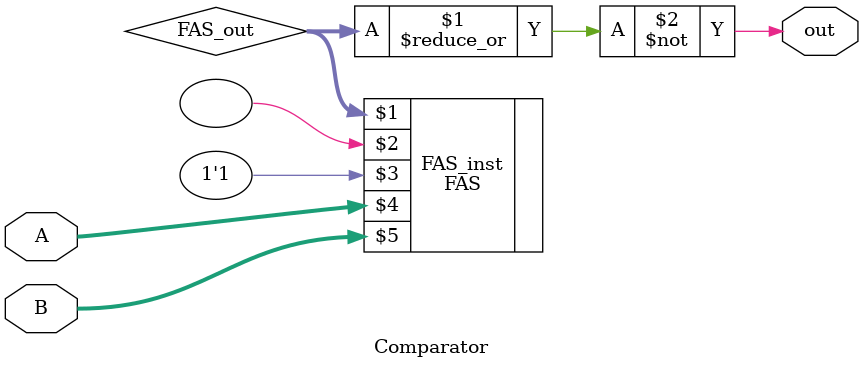
<source format=v>
module Comparator(out, A, B);
	parameter N = 10;
	parameter vcc = 1'b1;
	input [N-1:0] A, B;
	output out;
	
	wire [N-1:0] FAS_out;
	
	//FAS(S, Cout, D, A, B)
	FAS FAS_inst(FAS_out, , vcc, A, B);
	
	assign out = ~(|FAS_out);
	//nor nor0(out, FAS_out[9], FAS_out[8], FAS_out[7], FAS_out[6], FAS_out[5], FAS_out[4], FAS_out[3], FAS_out[2], FAS_out[1], FAS_out[0]); 
endmodule

</source>
